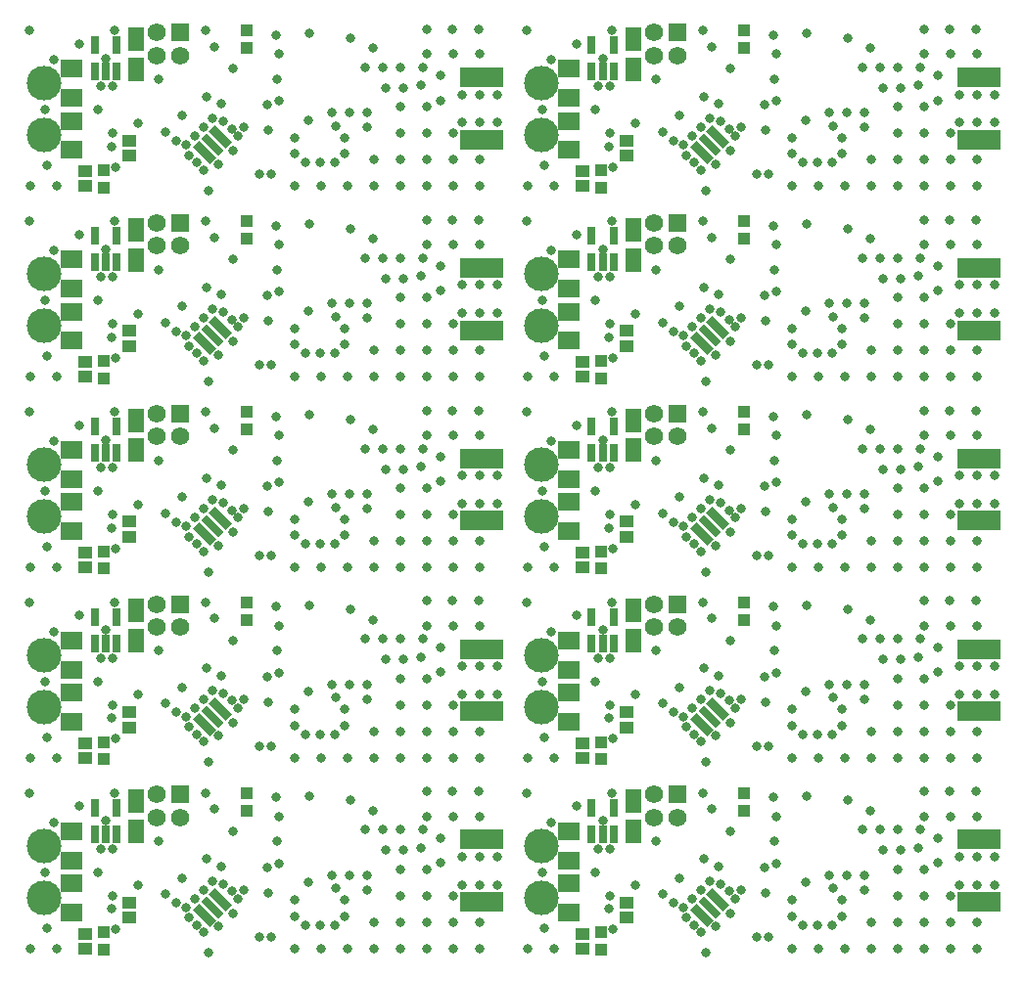
<source format=gbs>
G04*
G04 #@! TF.GenerationSoftware,Altium Limited,Altium Designer,22.10.1 (41)*
G04*
G04 Layer_Color=16711935*
%FSTAX24Y24*%
%MOIN*%
G70*
G04*
G04 #@! TF.SameCoordinates,5BB37C8D-2695-4AAB-85CC-B91A701228BC*
G04*
G04*
G04 #@! TF.FilePolarity,Negative*
G04*
G01*
G75*
%ADD57R,0.1458X0.0671*%
%ADD69R,0.0454X0.0415*%
%ADD78C,0.0615*%
%ADD79R,0.0615X0.0615*%
%ADD80C,0.1182*%
%ADD81C,0.0320*%
%ADD82R,0.0564X0.0789*%
%ADD83R,0.0395X0.0395*%
%ADD84R,0.0316X0.0600*%
G04:AMPARAMS|DCode=85|XSize=23.7mil|YSize=82.8mil|CornerRadius=0mil|HoleSize=0mil|Usage=FLASHONLY|Rotation=45.000|XOffset=0mil|YOffset=0mil|HoleType=Round|Shape=Rectangle|*
%AMROTATEDRECTD85*
4,1,4,0.0209,-0.0377,-0.0377,0.0209,-0.0209,0.0377,0.0377,-0.0209,0.0209,-0.0377,0.0*
%
%ADD85ROTATEDRECTD85*%

G04:AMPARAMS|DCode=86|XSize=31.6mil|YSize=82.8mil|CornerRadius=0mil|HoleSize=0mil|Usage=FLASHONLY|Rotation=45.000|XOffset=0mil|YOffset=0mil|HoleType=Round|Shape=Rectangle|*
%AMROTATEDRECTD86*
4,1,4,0.0181,-0.0405,-0.0405,0.0181,-0.0181,0.0405,0.0405,-0.0181,0.0181,-0.0405,0.0*
%
%ADD86ROTATEDRECTD86*%

%ADD87R,0.0749X0.0592*%
D57*
X033023Y017684D02*
D03*
Y015558D02*
D03*
X049952Y017684D02*
D03*
Y015558D02*
D03*
X033023Y02418D02*
D03*
Y022054D02*
D03*
X049952Y02418D02*
D03*
Y022054D02*
D03*
X033023Y030676D02*
D03*
Y02855D02*
D03*
X049952Y030676D02*
D03*
Y02855D02*
D03*
X033023Y037173D02*
D03*
Y035047D02*
D03*
X049952Y037173D02*
D03*
Y035047D02*
D03*
X033023Y043669D02*
D03*
Y041543D02*
D03*
X049952Y043669D02*
D03*
Y041543D02*
D03*
D69*
X021023Y015015D02*
D03*
Y015527D02*
D03*
X019523Y014477D02*
D03*
X019523Y013965D02*
D03*
X037952Y015015D02*
D03*
Y015527D02*
D03*
X036452Y014477D02*
D03*
X036452Y013965D02*
D03*
X021023Y021511D02*
D03*
Y022023D02*
D03*
X019523Y020973D02*
D03*
X019523Y020461D02*
D03*
X037952Y021511D02*
D03*
Y022023D02*
D03*
X036452Y020973D02*
D03*
X036452Y020461D02*
D03*
X021023Y028008D02*
D03*
Y028519D02*
D03*
X019523Y027469D02*
D03*
X019523Y026958D02*
D03*
X037952Y028008D02*
D03*
Y028519D02*
D03*
X036452Y027469D02*
D03*
X036452Y026958D02*
D03*
X021023Y034504D02*
D03*
Y035015D02*
D03*
X019523Y033965D02*
D03*
X019523Y033454D02*
D03*
X037952Y034504D02*
D03*
Y035015D02*
D03*
X036452Y033965D02*
D03*
X036452Y033454D02*
D03*
X021023Y041D02*
D03*
Y041511D02*
D03*
X019523Y040461D02*
D03*
X019523Y03995D02*
D03*
X037952Y041D02*
D03*
Y041511D02*
D03*
X036452Y040461D02*
D03*
X036452Y03995D02*
D03*
D78*
X021979Y018428D02*
D03*
Y019215D02*
D03*
X022767Y018428D02*
D03*
X038908D02*
D03*
Y019215D02*
D03*
X039696Y018428D02*
D03*
X021979Y024924D02*
D03*
Y025711D02*
D03*
X022767Y024924D02*
D03*
X038908D02*
D03*
Y025711D02*
D03*
X039696Y024924D02*
D03*
X021979Y03142D02*
D03*
Y032207D02*
D03*
X022767Y03142D02*
D03*
X038908D02*
D03*
Y032207D02*
D03*
X039696Y03142D02*
D03*
X021979Y037916D02*
D03*
Y038703D02*
D03*
X022767Y037916D02*
D03*
X038908D02*
D03*
Y038703D02*
D03*
X039696Y037916D02*
D03*
X021979Y044412D02*
D03*
Y045199D02*
D03*
X022767Y044412D02*
D03*
X038908D02*
D03*
Y045199D02*
D03*
X039696Y044412D02*
D03*
D79*
X022767Y019215D02*
D03*
X039696D02*
D03*
X022767Y025711D02*
D03*
X039696D02*
D03*
X022767Y032207D02*
D03*
X039696D02*
D03*
X022767Y038703D02*
D03*
X039696D02*
D03*
X022767Y045199D02*
D03*
X039696D02*
D03*
D80*
X018144Y017471D02*
D03*
X018144Y0157D02*
D03*
X035073Y017471D02*
D03*
X035073Y0157D02*
D03*
X018144Y023967D02*
D03*
X018144Y022196D02*
D03*
X035073Y023967D02*
D03*
X035073Y022196D02*
D03*
X018144Y030463D02*
D03*
X018144Y028692D02*
D03*
X035073Y030463D02*
D03*
X035073Y028692D02*
D03*
X018144Y03696D02*
D03*
X018144Y035188D02*
D03*
X035073Y03696D02*
D03*
X035073Y035188D02*
D03*
X018144Y043456D02*
D03*
X018144Y041684D02*
D03*
X035073Y043456D02*
D03*
X035073Y041684D02*
D03*
D81*
X024573Y017971D02*
D03*
X018473Y018271D02*
D03*
X017623Y019271D02*
D03*
X018173Y016571D02*
D03*
X019973D02*
D03*
X031173Y015771D02*
D03*
X032973Y018471D02*
D03*
Y014871D02*
D03*
Y013971D02*
D03*
X032073Y018471D02*
D03*
Y015771D02*
D03*
Y014871D02*
D03*
Y013971D02*
D03*
X031173Y018471D02*
D03*
Y016671D02*
D03*
Y014871D02*
D03*
Y013971D02*
D03*
X030273Y016671D02*
D03*
Y015771D02*
D03*
Y014871D02*
D03*
Y013971D02*
D03*
X029373Y014871D02*
D03*
Y013971D02*
D03*
X028473D02*
D03*
X027573D02*
D03*
X026673D02*
D03*
X018573D02*
D03*
X017673D02*
D03*
X028073Y016021D02*
D03*
X028373Y015621D02*
D03*
Y015071D02*
D03*
X026673Y015621D02*
D03*
Y015071D02*
D03*
X027023Y014771D02*
D03*
X031173Y019321D02*
D03*
X032023D02*
D03*
X032923D02*
D03*
X029673Y018021D02*
D03*
X030979Y017404D02*
D03*
X031634Y016894D02*
D03*
X031627Y017733D02*
D03*
X033573Y016146D02*
D03*
X032973D02*
D03*
X032373D02*
D03*
Y017097D02*
D03*
X032973D02*
D03*
X033573D02*
D03*
X031023Y018021D02*
D03*
X022623Y015521D02*
D03*
X027923Y016471D02*
D03*
X028523D02*
D03*
X029073Y018021D02*
D03*
X030273D02*
D03*
X029773Y017321D02*
D03*
X030373D02*
D03*
X020073Y017371D02*
D03*
X020473D02*
D03*
X026123Y016871D02*
D03*
X026073Y017621D02*
D03*
X025726Y016732D02*
D03*
X024923Y015971D02*
D03*
X024173Y016771D02*
D03*
X025773Y015871D02*
D03*
X022823Y016371D02*
D03*
X022273Y015821D02*
D03*
X026123Y018471D02*
D03*
X029123Y015971D02*
D03*
Y016471D02*
D03*
X019323Y018821D02*
D03*
X025023Y019271D02*
D03*
X023623D02*
D03*
X029323Y018671D02*
D03*
X021323Y016121D02*
D03*
X022023Y017621D02*
D03*
X027123Y016221D02*
D03*
X028023Y014771D02*
D03*
X027523D02*
D03*
X024073Y014721D02*
D03*
X024223Y016171D02*
D03*
X023873Y016271D02*
D03*
X024573Y015171D02*
D03*
X023573Y014521D02*
D03*
X023323Y014771D02*
D03*
X023073Y015021D02*
D03*
X022973Y015371D02*
D03*
X023273Y015671D02*
D03*
X023573Y015971D02*
D03*
X024523Y015921D02*
D03*
X024723Y015671D02*
D03*
X028573Y019021D02*
D03*
X026023Y019121D02*
D03*
X027173Y019171D02*
D03*
X020473Y015771D02*
D03*
X020423Y015321D02*
D03*
X021323Y018921D02*
D03*
X020523Y019271D02*
D03*
X023923Y018721D02*
D03*
X019223Y015321D02*
D03*
X023673Y017021D02*
D03*
X025473Y014371D02*
D03*
X023723Y013821D02*
D03*
X020573Y014621D02*
D03*
X018223Y014671D02*
D03*
X018923Y015321D02*
D03*
Y015071D02*
D03*
X019223D02*
D03*
X020223Y018321D02*
D03*
X019097Y016958D02*
D03*
X019069Y016192D02*
D03*
X025873Y014371D02*
D03*
X041502Y017971D02*
D03*
X035402Y018271D02*
D03*
X034552Y019271D02*
D03*
X035102Y016571D02*
D03*
X036902D02*
D03*
X048102Y015771D02*
D03*
X049902Y018471D02*
D03*
Y014871D02*
D03*
Y013971D02*
D03*
X049002Y018471D02*
D03*
Y015771D02*
D03*
Y014871D02*
D03*
Y013971D02*
D03*
X048102Y018471D02*
D03*
Y016671D02*
D03*
Y014871D02*
D03*
Y013971D02*
D03*
X047202Y016671D02*
D03*
Y015771D02*
D03*
Y014871D02*
D03*
Y013971D02*
D03*
X046302Y014871D02*
D03*
Y013971D02*
D03*
X045402D02*
D03*
X044502D02*
D03*
X043602D02*
D03*
X035502D02*
D03*
X034602D02*
D03*
X045002Y016021D02*
D03*
X045302Y015621D02*
D03*
Y015071D02*
D03*
X043602Y015621D02*
D03*
Y015071D02*
D03*
X043952Y014771D02*
D03*
X048102Y019321D02*
D03*
X048952D02*
D03*
X049852D02*
D03*
X046602Y018021D02*
D03*
X047908Y017404D02*
D03*
X048563Y016894D02*
D03*
X048556Y017733D02*
D03*
X050502Y016146D02*
D03*
X049902D02*
D03*
X049302D02*
D03*
Y017097D02*
D03*
X049902D02*
D03*
X050502D02*
D03*
X047952Y018021D02*
D03*
X039552Y015521D02*
D03*
X044852Y016471D02*
D03*
X045452D02*
D03*
X046002Y018021D02*
D03*
X047202D02*
D03*
X046702Y017321D02*
D03*
X047302D02*
D03*
X037002Y017371D02*
D03*
X037402D02*
D03*
X043052Y016871D02*
D03*
X043002Y017621D02*
D03*
X042655Y016732D02*
D03*
X041852Y015971D02*
D03*
X041102Y016771D02*
D03*
X042702Y015871D02*
D03*
X039752Y016371D02*
D03*
X039202Y015821D02*
D03*
X043052Y018471D02*
D03*
X046052Y015971D02*
D03*
Y016471D02*
D03*
X036252Y018821D02*
D03*
X041952Y019271D02*
D03*
X040552D02*
D03*
X046252Y018671D02*
D03*
X038252Y016121D02*
D03*
X038952Y017621D02*
D03*
X044052Y016221D02*
D03*
X044952Y014771D02*
D03*
X044452D02*
D03*
X041002Y014721D02*
D03*
X041152Y016171D02*
D03*
X040802Y016271D02*
D03*
X041502Y015171D02*
D03*
X040502Y014521D02*
D03*
X040252Y014771D02*
D03*
X040002Y015021D02*
D03*
X039902Y015371D02*
D03*
X040202Y015671D02*
D03*
X040502Y015971D02*
D03*
X041452Y015921D02*
D03*
X041652Y015671D02*
D03*
X045502Y019021D02*
D03*
X042952Y019121D02*
D03*
X044102Y019171D02*
D03*
X037402Y015771D02*
D03*
X037352Y015321D02*
D03*
X038252Y018921D02*
D03*
X037452Y019271D02*
D03*
X040852Y018721D02*
D03*
X036152Y015321D02*
D03*
X040602Y017021D02*
D03*
X042402Y014371D02*
D03*
X040652Y013821D02*
D03*
X037502Y014621D02*
D03*
X035152Y014671D02*
D03*
X035852Y015321D02*
D03*
Y015071D02*
D03*
X036152D02*
D03*
X037152Y018321D02*
D03*
X036026Y016958D02*
D03*
X035998Y016192D02*
D03*
X042802Y014371D02*
D03*
X024573Y024467D02*
D03*
X018473Y024767D02*
D03*
X017623Y025767D02*
D03*
X018173Y023067D02*
D03*
X019973D02*
D03*
X031173Y022267D02*
D03*
X032973Y024967D02*
D03*
Y021367D02*
D03*
Y020467D02*
D03*
X032073Y024967D02*
D03*
Y022267D02*
D03*
Y021367D02*
D03*
Y020467D02*
D03*
X031173Y024967D02*
D03*
Y023167D02*
D03*
Y021367D02*
D03*
Y020467D02*
D03*
X030273Y023167D02*
D03*
Y022267D02*
D03*
Y021367D02*
D03*
Y020467D02*
D03*
X029373Y021367D02*
D03*
Y020467D02*
D03*
X028473D02*
D03*
X027573D02*
D03*
X026673D02*
D03*
X018573D02*
D03*
X017673D02*
D03*
X028073Y022517D02*
D03*
X028373Y022117D02*
D03*
Y021567D02*
D03*
X026673Y022117D02*
D03*
Y021567D02*
D03*
X027023Y021267D02*
D03*
X031173Y025817D02*
D03*
X032023D02*
D03*
X032923D02*
D03*
X029673Y024517D02*
D03*
X030979Y0239D02*
D03*
X031634Y02339D02*
D03*
X031627Y02423D02*
D03*
X033573Y022642D02*
D03*
X032973D02*
D03*
X032373D02*
D03*
Y023593D02*
D03*
X032973D02*
D03*
X033573D02*
D03*
X031023Y024517D02*
D03*
X022623Y022017D02*
D03*
X027923Y022967D02*
D03*
X028523D02*
D03*
X029073Y024517D02*
D03*
X030273D02*
D03*
X029773Y023817D02*
D03*
X030373D02*
D03*
X020073Y023867D02*
D03*
X020473D02*
D03*
X026123Y023367D02*
D03*
X026073Y024117D02*
D03*
X025726Y023229D02*
D03*
X024923Y022467D02*
D03*
X024173Y023267D02*
D03*
X025773Y022367D02*
D03*
X022823Y022867D02*
D03*
X022273Y022317D02*
D03*
X026123Y024967D02*
D03*
X029123Y022467D02*
D03*
Y022967D02*
D03*
X019323Y025317D02*
D03*
X025023Y025767D02*
D03*
X023623D02*
D03*
X029323Y025167D02*
D03*
X021323Y022617D02*
D03*
X022023Y024117D02*
D03*
X027123Y022717D02*
D03*
X028023Y021267D02*
D03*
X027523D02*
D03*
X024073Y021217D02*
D03*
X024223Y022667D02*
D03*
X023873Y022767D02*
D03*
X024573Y021667D02*
D03*
X023573Y021017D02*
D03*
X023323Y021267D02*
D03*
X023073Y021517D02*
D03*
X022973Y021867D02*
D03*
X023273Y022167D02*
D03*
X023573Y022467D02*
D03*
X024523Y022417D02*
D03*
X024723Y022167D02*
D03*
X028573Y025517D02*
D03*
X026023Y025617D02*
D03*
X027173Y025667D02*
D03*
X020473Y022267D02*
D03*
X020423Y021817D02*
D03*
X021323Y025417D02*
D03*
X020523Y025767D02*
D03*
X023923Y025217D02*
D03*
X019223Y021817D02*
D03*
X023673Y023517D02*
D03*
X025473Y020867D02*
D03*
X023723Y020317D02*
D03*
X020573Y021117D02*
D03*
X018223Y021167D02*
D03*
X018923Y021817D02*
D03*
Y021567D02*
D03*
X019223D02*
D03*
X020223Y024817D02*
D03*
X019097Y023454D02*
D03*
X019069Y022688D02*
D03*
X025873Y020867D02*
D03*
X041502Y024467D02*
D03*
X035402Y024767D02*
D03*
X034552Y025767D02*
D03*
X035102Y023067D02*
D03*
X036902D02*
D03*
X048102Y022267D02*
D03*
X049902Y024967D02*
D03*
Y021367D02*
D03*
Y020467D02*
D03*
X049002Y024967D02*
D03*
Y022267D02*
D03*
Y021367D02*
D03*
Y020467D02*
D03*
X048102Y024967D02*
D03*
Y023167D02*
D03*
Y021367D02*
D03*
Y020467D02*
D03*
X047202Y023167D02*
D03*
Y022267D02*
D03*
Y021367D02*
D03*
Y020467D02*
D03*
X046302Y021367D02*
D03*
Y020467D02*
D03*
X045402D02*
D03*
X044502D02*
D03*
X043602D02*
D03*
X035502D02*
D03*
X034602D02*
D03*
X045002Y022517D02*
D03*
X045302Y022117D02*
D03*
Y021567D02*
D03*
X043602Y022117D02*
D03*
Y021567D02*
D03*
X043952Y021267D02*
D03*
X048102Y025817D02*
D03*
X048952D02*
D03*
X049852D02*
D03*
X046602Y024517D02*
D03*
X047908Y0239D02*
D03*
X048563Y02339D02*
D03*
X048556Y02423D02*
D03*
X050502Y022642D02*
D03*
X049902D02*
D03*
X049302D02*
D03*
Y023593D02*
D03*
X049902D02*
D03*
X050502D02*
D03*
X047952Y024517D02*
D03*
X039552Y022017D02*
D03*
X044852Y022967D02*
D03*
X045452D02*
D03*
X046002Y024517D02*
D03*
X047202D02*
D03*
X046702Y023817D02*
D03*
X047302D02*
D03*
X037002Y023867D02*
D03*
X037402D02*
D03*
X043052Y023367D02*
D03*
X043002Y024117D02*
D03*
X042655Y023229D02*
D03*
X041852Y022467D02*
D03*
X041102Y023267D02*
D03*
X042702Y022367D02*
D03*
X039752Y022867D02*
D03*
X039202Y022317D02*
D03*
X043052Y024967D02*
D03*
X046052Y022467D02*
D03*
Y022967D02*
D03*
X036252Y025317D02*
D03*
X041952Y025767D02*
D03*
X040552D02*
D03*
X046252Y025167D02*
D03*
X038252Y022617D02*
D03*
X038952Y024117D02*
D03*
X044052Y022717D02*
D03*
X044952Y021267D02*
D03*
X044452D02*
D03*
X041002Y021217D02*
D03*
X041152Y022667D02*
D03*
X040802Y022767D02*
D03*
X041502Y021667D02*
D03*
X040502Y021017D02*
D03*
X040252Y021267D02*
D03*
X040002Y021517D02*
D03*
X039902Y021867D02*
D03*
X040202Y022167D02*
D03*
X040502Y022467D02*
D03*
X041452Y022417D02*
D03*
X041652Y022167D02*
D03*
X045502Y025517D02*
D03*
X042952Y025617D02*
D03*
X044102Y025667D02*
D03*
X037402Y022267D02*
D03*
X037352Y021817D02*
D03*
X038252Y025417D02*
D03*
X037452Y025767D02*
D03*
X040852Y025217D02*
D03*
X036152Y021817D02*
D03*
X040602Y023517D02*
D03*
X042402Y020867D02*
D03*
X040652Y020317D02*
D03*
X037502Y021117D02*
D03*
X035152Y021167D02*
D03*
X035852Y021817D02*
D03*
Y021567D02*
D03*
X036152D02*
D03*
X037152Y024817D02*
D03*
X036026Y023454D02*
D03*
X035998Y022688D02*
D03*
X042802Y020867D02*
D03*
X024573Y030963D02*
D03*
X018473Y031263D02*
D03*
X017623Y032263D02*
D03*
X018173Y029563D02*
D03*
X019973D02*
D03*
X031173Y028763D02*
D03*
X032973Y031463D02*
D03*
Y027863D02*
D03*
Y026963D02*
D03*
X032073Y031463D02*
D03*
Y028763D02*
D03*
Y027863D02*
D03*
Y026963D02*
D03*
X031173Y031463D02*
D03*
Y029663D02*
D03*
Y027863D02*
D03*
Y026963D02*
D03*
X030273Y029663D02*
D03*
Y028763D02*
D03*
Y027863D02*
D03*
Y026963D02*
D03*
X029373Y027863D02*
D03*
Y026963D02*
D03*
X028473D02*
D03*
X027573D02*
D03*
X026673D02*
D03*
X018573D02*
D03*
X017673D02*
D03*
X028073Y029013D02*
D03*
X028373Y028613D02*
D03*
Y028063D02*
D03*
X026673Y028613D02*
D03*
Y028063D02*
D03*
X027023Y027763D02*
D03*
X031173Y032313D02*
D03*
X032023D02*
D03*
X032923D02*
D03*
X029673Y031013D02*
D03*
X030979Y030396D02*
D03*
X031634Y029886D02*
D03*
X031627Y030726D02*
D03*
X033573Y029138D02*
D03*
X032973D02*
D03*
X032373D02*
D03*
Y030089D02*
D03*
X032973D02*
D03*
X033573D02*
D03*
X031023Y031013D02*
D03*
X022623Y028513D02*
D03*
X027923Y029463D02*
D03*
X028523D02*
D03*
X029073Y031013D02*
D03*
X030273D02*
D03*
X029773Y030313D02*
D03*
X030373D02*
D03*
X020073Y030363D02*
D03*
X020473D02*
D03*
X026123Y029863D02*
D03*
X026073Y030613D02*
D03*
X025726Y029725D02*
D03*
X024923Y028963D02*
D03*
X024173Y029763D02*
D03*
X025773Y028863D02*
D03*
X022823Y029363D02*
D03*
X022273Y028813D02*
D03*
X026123Y031463D02*
D03*
X029123Y028963D02*
D03*
Y029463D02*
D03*
X019323Y031813D02*
D03*
X025023Y032263D02*
D03*
X023623D02*
D03*
X029323Y031663D02*
D03*
X021323Y029113D02*
D03*
X022023Y030613D02*
D03*
X027123Y029213D02*
D03*
X028023Y027763D02*
D03*
X027523D02*
D03*
X024073Y027713D02*
D03*
X024223Y029163D02*
D03*
X023873Y029263D02*
D03*
X024573Y028163D02*
D03*
X023573Y027513D02*
D03*
X023323Y027763D02*
D03*
X023073Y028013D02*
D03*
X022973Y028363D02*
D03*
X023273Y028663D02*
D03*
X023573Y028963D02*
D03*
X024523Y028913D02*
D03*
X024723Y028663D02*
D03*
X028573Y032013D02*
D03*
X026023Y032113D02*
D03*
X027173Y032163D02*
D03*
X020473Y028763D02*
D03*
X020423Y028313D02*
D03*
X021323Y031913D02*
D03*
X020523Y032263D02*
D03*
X023923Y031713D02*
D03*
X019223Y028313D02*
D03*
X023673Y030013D02*
D03*
X025473Y027363D02*
D03*
X023723Y026813D02*
D03*
X020573Y027613D02*
D03*
X018223Y027663D02*
D03*
X018923Y028313D02*
D03*
Y028063D02*
D03*
X019223D02*
D03*
X020223Y031313D02*
D03*
X019097Y02995D02*
D03*
X019069Y029184D02*
D03*
X025873Y027363D02*
D03*
X041502Y030963D02*
D03*
X035402Y031263D02*
D03*
X034552Y032263D02*
D03*
X035102Y029563D02*
D03*
X036902D02*
D03*
X048102Y028763D02*
D03*
X049902Y031463D02*
D03*
Y027863D02*
D03*
Y026963D02*
D03*
X049002Y031463D02*
D03*
Y028763D02*
D03*
Y027863D02*
D03*
Y026963D02*
D03*
X048102Y031463D02*
D03*
Y029663D02*
D03*
Y027863D02*
D03*
Y026963D02*
D03*
X047202Y029663D02*
D03*
Y028763D02*
D03*
Y027863D02*
D03*
Y026963D02*
D03*
X046302Y027863D02*
D03*
Y026963D02*
D03*
X045402D02*
D03*
X044502D02*
D03*
X043602D02*
D03*
X035502D02*
D03*
X034602D02*
D03*
X045002Y029013D02*
D03*
X045302Y028613D02*
D03*
Y028063D02*
D03*
X043602Y028613D02*
D03*
Y028063D02*
D03*
X043952Y027763D02*
D03*
X048102Y032313D02*
D03*
X048952D02*
D03*
X049852D02*
D03*
X046602Y031013D02*
D03*
X047908Y030396D02*
D03*
X048563Y029886D02*
D03*
X048556Y030726D02*
D03*
X050502Y029138D02*
D03*
X049902D02*
D03*
X049302D02*
D03*
Y030089D02*
D03*
X049902D02*
D03*
X050502D02*
D03*
X047952Y031013D02*
D03*
X039552Y028513D02*
D03*
X044852Y029463D02*
D03*
X045452D02*
D03*
X046002Y031013D02*
D03*
X047202D02*
D03*
X046702Y030313D02*
D03*
X047302D02*
D03*
X037002Y030363D02*
D03*
X037402D02*
D03*
X043052Y029863D02*
D03*
X043002Y030613D02*
D03*
X042655Y029725D02*
D03*
X041852Y028963D02*
D03*
X041102Y029763D02*
D03*
X042702Y028863D02*
D03*
X039752Y029363D02*
D03*
X039202Y028813D02*
D03*
X043052Y031463D02*
D03*
X046052Y028963D02*
D03*
Y029463D02*
D03*
X036252Y031813D02*
D03*
X041952Y032263D02*
D03*
X040552D02*
D03*
X046252Y031663D02*
D03*
X038252Y029113D02*
D03*
X038952Y030613D02*
D03*
X044052Y029213D02*
D03*
X044952Y027763D02*
D03*
X044452D02*
D03*
X041002Y027713D02*
D03*
X041152Y029163D02*
D03*
X040802Y029263D02*
D03*
X041502Y028163D02*
D03*
X040502Y027513D02*
D03*
X040252Y027763D02*
D03*
X040002Y028013D02*
D03*
X039902Y028363D02*
D03*
X040202Y028663D02*
D03*
X040502Y028963D02*
D03*
X041452Y028913D02*
D03*
X041652Y028663D02*
D03*
X045502Y032013D02*
D03*
X042952Y032113D02*
D03*
X044102Y032163D02*
D03*
X037402Y028763D02*
D03*
X037352Y028313D02*
D03*
X038252Y031913D02*
D03*
X037452Y032263D02*
D03*
X040852Y031713D02*
D03*
X036152Y028313D02*
D03*
X040602Y030013D02*
D03*
X042402Y027363D02*
D03*
X040652Y026813D02*
D03*
X037502Y027613D02*
D03*
X035152Y027663D02*
D03*
X035852Y028313D02*
D03*
Y028063D02*
D03*
X036152D02*
D03*
X037152Y031313D02*
D03*
X036026Y02995D02*
D03*
X035998Y029184D02*
D03*
X042802Y027363D02*
D03*
X024573Y03746D02*
D03*
X018473Y03776D02*
D03*
X017623Y03876D02*
D03*
X018173Y03606D02*
D03*
X019973D02*
D03*
X031173Y03526D02*
D03*
X032973Y03796D02*
D03*
Y03436D02*
D03*
Y03346D02*
D03*
X032073Y03796D02*
D03*
Y03526D02*
D03*
Y03436D02*
D03*
Y03346D02*
D03*
X031173Y03796D02*
D03*
Y03616D02*
D03*
Y03436D02*
D03*
Y03346D02*
D03*
X030273Y03616D02*
D03*
Y03526D02*
D03*
Y03436D02*
D03*
Y03346D02*
D03*
X029373Y03436D02*
D03*
Y03346D02*
D03*
X028473D02*
D03*
X027573D02*
D03*
X026673D02*
D03*
X018573D02*
D03*
X017673D02*
D03*
X028073Y03551D02*
D03*
X028373Y03511D02*
D03*
Y03456D02*
D03*
X026673Y03511D02*
D03*
Y03456D02*
D03*
X027023Y03426D02*
D03*
X031173Y03881D02*
D03*
X032023D02*
D03*
X032923D02*
D03*
X029673Y03751D02*
D03*
X030979Y036892D02*
D03*
X031634Y036382D02*
D03*
X031627Y037222D02*
D03*
X033573Y035634D02*
D03*
X032973D02*
D03*
X032373D02*
D03*
Y036585D02*
D03*
X032973D02*
D03*
X033573D02*
D03*
X031023Y03751D02*
D03*
X022623Y03501D02*
D03*
X027923Y03596D02*
D03*
X028523D02*
D03*
X029073Y03751D02*
D03*
X030273D02*
D03*
X029773Y03681D02*
D03*
X030373D02*
D03*
X020073Y03686D02*
D03*
X020473D02*
D03*
X026123Y03636D02*
D03*
X026073Y03711D02*
D03*
X025726Y036221D02*
D03*
X024923Y03546D02*
D03*
X024173Y03626D02*
D03*
X025773Y03536D02*
D03*
X022823Y03586D02*
D03*
X022273Y03531D02*
D03*
X026123Y03796D02*
D03*
X029123Y03546D02*
D03*
Y03596D02*
D03*
X019323Y03831D02*
D03*
X025023Y03876D02*
D03*
X023623D02*
D03*
X029323Y03816D02*
D03*
X021323Y03561D02*
D03*
X022023Y03711D02*
D03*
X027123Y03571D02*
D03*
X028023Y03426D02*
D03*
X027523D02*
D03*
X024073Y03421D02*
D03*
X024223Y03566D02*
D03*
X023873Y03576D02*
D03*
X024573Y03466D02*
D03*
X023573Y03401D02*
D03*
X023323Y03426D02*
D03*
X023073Y03451D02*
D03*
X022973Y03486D02*
D03*
X023273Y03516D02*
D03*
X023573Y03546D02*
D03*
X024523Y03541D02*
D03*
X024723Y03516D02*
D03*
X028573Y03851D02*
D03*
X026023Y03861D02*
D03*
X027173Y03866D02*
D03*
X020473Y03526D02*
D03*
X020423Y03481D02*
D03*
X021323Y03841D02*
D03*
X020523Y03876D02*
D03*
X023923Y03821D02*
D03*
X019223Y03481D02*
D03*
X023673Y03651D02*
D03*
X025473Y03386D02*
D03*
X023723Y03331D02*
D03*
X020573Y03411D02*
D03*
X018223Y03416D02*
D03*
X018923Y03481D02*
D03*
Y03456D02*
D03*
X019223D02*
D03*
X020223Y03781D02*
D03*
X019097Y036447D02*
D03*
X019069Y03568D02*
D03*
X025873Y03386D02*
D03*
X041502Y03746D02*
D03*
X035402Y03776D02*
D03*
X034552Y03876D02*
D03*
X035102Y03606D02*
D03*
X036902D02*
D03*
X048102Y03526D02*
D03*
X049902Y03796D02*
D03*
Y03436D02*
D03*
Y03346D02*
D03*
X049002Y03796D02*
D03*
Y03526D02*
D03*
Y03436D02*
D03*
Y03346D02*
D03*
X048102Y03796D02*
D03*
Y03616D02*
D03*
Y03436D02*
D03*
Y03346D02*
D03*
X047202Y03616D02*
D03*
Y03526D02*
D03*
Y03436D02*
D03*
Y03346D02*
D03*
X046302Y03436D02*
D03*
Y03346D02*
D03*
X045402D02*
D03*
X044502D02*
D03*
X043602D02*
D03*
X035502D02*
D03*
X034602D02*
D03*
X045002Y03551D02*
D03*
X045302Y03511D02*
D03*
Y03456D02*
D03*
X043602Y03511D02*
D03*
Y03456D02*
D03*
X043952Y03426D02*
D03*
X048102Y03881D02*
D03*
X048952D02*
D03*
X049852D02*
D03*
X046602Y03751D02*
D03*
X047908Y036892D02*
D03*
X048563Y036382D02*
D03*
X048556Y037222D02*
D03*
X050502Y035634D02*
D03*
X049902D02*
D03*
X049302D02*
D03*
Y036585D02*
D03*
X049902D02*
D03*
X050502D02*
D03*
X047952Y03751D02*
D03*
X039552Y03501D02*
D03*
X044852Y03596D02*
D03*
X045452D02*
D03*
X046002Y03751D02*
D03*
X047202D02*
D03*
X046702Y03681D02*
D03*
X047302D02*
D03*
X037002Y03686D02*
D03*
X037402D02*
D03*
X043052Y03636D02*
D03*
X043002Y03711D02*
D03*
X042655Y036221D02*
D03*
X041852Y03546D02*
D03*
X041102Y03626D02*
D03*
X042702Y03536D02*
D03*
X039752Y03586D02*
D03*
X039202Y03531D02*
D03*
X043052Y03796D02*
D03*
X046052Y03546D02*
D03*
Y03596D02*
D03*
X036252Y03831D02*
D03*
X041952Y03876D02*
D03*
X040552D02*
D03*
X046252Y03816D02*
D03*
X038252Y03561D02*
D03*
X038952Y03711D02*
D03*
X044052Y03571D02*
D03*
X044952Y03426D02*
D03*
X044452D02*
D03*
X041002Y03421D02*
D03*
X041152Y03566D02*
D03*
X040802Y03576D02*
D03*
X041502Y03466D02*
D03*
X040502Y03401D02*
D03*
X040252Y03426D02*
D03*
X040002Y03451D02*
D03*
X039902Y03486D02*
D03*
X040202Y03516D02*
D03*
X040502Y03546D02*
D03*
X041452Y03541D02*
D03*
X041652Y03516D02*
D03*
X045502Y03851D02*
D03*
X042952Y03861D02*
D03*
X044102Y03866D02*
D03*
X037402Y03526D02*
D03*
X037352Y03481D02*
D03*
X038252Y03841D02*
D03*
X037452Y03876D02*
D03*
X040852Y03821D02*
D03*
X036152Y03481D02*
D03*
X040602Y03651D02*
D03*
X042402Y03386D02*
D03*
X040652Y03331D02*
D03*
X037502Y03411D02*
D03*
X035152Y03416D02*
D03*
X035852Y03481D02*
D03*
Y03456D02*
D03*
X036152D02*
D03*
X037152Y03781D02*
D03*
X036026Y036447D02*
D03*
X035998Y03568D02*
D03*
X042802Y03386D02*
D03*
X024573Y043956D02*
D03*
X018473Y044256D02*
D03*
X017623Y045256D02*
D03*
X018173Y042556D02*
D03*
X019973D02*
D03*
X031173Y041756D02*
D03*
X032973Y044456D02*
D03*
Y040856D02*
D03*
Y039956D02*
D03*
X032073Y044456D02*
D03*
Y041756D02*
D03*
Y040856D02*
D03*
Y039956D02*
D03*
X031173Y044456D02*
D03*
Y042656D02*
D03*
Y040856D02*
D03*
Y039956D02*
D03*
X030273Y042656D02*
D03*
Y041756D02*
D03*
Y040856D02*
D03*
Y039956D02*
D03*
X029373Y040856D02*
D03*
Y039956D02*
D03*
X028473D02*
D03*
X027573D02*
D03*
X026673D02*
D03*
X018573D02*
D03*
X017673D02*
D03*
X028073Y042006D02*
D03*
X028373Y041606D02*
D03*
Y041056D02*
D03*
X026673Y041606D02*
D03*
Y041056D02*
D03*
X027023Y040756D02*
D03*
X031173Y045306D02*
D03*
X032023D02*
D03*
X032923D02*
D03*
X029673Y044006D02*
D03*
X030979Y043388D02*
D03*
X031634Y042878D02*
D03*
X031627Y043718D02*
D03*
X033573Y04213D02*
D03*
X032973D02*
D03*
X032373D02*
D03*
Y043081D02*
D03*
X032973D02*
D03*
X033573D02*
D03*
X031023Y044006D02*
D03*
X022623Y041506D02*
D03*
X027923Y042456D02*
D03*
X028523D02*
D03*
X029073Y044006D02*
D03*
X030273D02*
D03*
X029773Y043306D02*
D03*
X030373D02*
D03*
X020073Y043356D02*
D03*
X020473D02*
D03*
X026123Y042856D02*
D03*
X026073Y043606D02*
D03*
X025726Y042717D02*
D03*
X024923Y041956D02*
D03*
X024173Y042756D02*
D03*
X025773Y041856D02*
D03*
X022823Y042356D02*
D03*
X022273Y041806D02*
D03*
X026123Y044456D02*
D03*
X029123Y041956D02*
D03*
Y042456D02*
D03*
X019323Y044806D02*
D03*
X025023Y045256D02*
D03*
X023623D02*
D03*
X029323Y044656D02*
D03*
X021323Y042106D02*
D03*
X022023Y043606D02*
D03*
X027123Y042206D02*
D03*
X028023Y040756D02*
D03*
X027523D02*
D03*
X024073Y040706D02*
D03*
X024223Y042156D02*
D03*
X023873Y042256D02*
D03*
X024573Y041156D02*
D03*
X023573Y040506D02*
D03*
X023323Y040756D02*
D03*
X023073Y041006D02*
D03*
X022973Y041356D02*
D03*
X023273Y041656D02*
D03*
X023573Y041956D02*
D03*
X024523Y041906D02*
D03*
X024723Y041656D02*
D03*
X028573Y045006D02*
D03*
X026023Y045106D02*
D03*
X027173Y045156D02*
D03*
X020473Y041756D02*
D03*
X020423Y041306D02*
D03*
X021323Y044906D02*
D03*
X020523Y045256D02*
D03*
X023923Y044706D02*
D03*
X019223Y041306D02*
D03*
X023673Y043006D02*
D03*
X025473Y040356D02*
D03*
X023723Y039806D02*
D03*
X020573Y040606D02*
D03*
X018223Y040656D02*
D03*
X018923Y041306D02*
D03*
Y041056D02*
D03*
X019223D02*
D03*
X020223Y044306D02*
D03*
X019097Y042943D02*
D03*
X019069Y042176D02*
D03*
X025873Y040356D02*
D03*
X041502Y043956D02*
D03*
X035402Y044256D02*
D03*
X034552Y045256D02*
D03*
X035102Y042556D02*
D03*
X036902D02*
D03*
X048102Y041756D02*
D03*
X049902Y044456D02*
D03*
Y040856D02*
D03*
Y039956D02*
D03*
X049002Y044456D02*
D03*
Y041756D02*
D03*
Y040856D02*
D03*
Y039956D02*
D03*
X048102Y044456D02*
D03*
Y042656D02*
D03*
Y040856D02*
D03*
Y039956D02*
D03*
X047202Y042656D02*
D03*
Y041756D02*
D03*
Y040856D02*
D03*
Y039956D02*
D03*
X046302Y040856D02*
D03*
Y039956D02*
D03*
X045402D02*
D03*
X044502D02*
D03*
X043602D02*
D03*
X035502D02*
D03*
X034602D02*
D03*
X045002Y042006D02*
D03*
X045302Y041606D02*
D03*
Y041056D02*
D03*
X043602Y041606D02*
D03*
Y041056D02*
D03*
X043952Y040756D02*
D03*
X048102Y045306D02*
D03*
X048952D02*
D03*
X049852D02*
D03*
X046602Y044006D02*
D03*
X047908Y043388D02*
D03*
X048563Y042878D02*
D03*
X048556Y043718D02*
D03*
X050502Y04213D02*
D03*
X049902D02*
D03*
X049302D02*
D03*
Y043081D02*
D03*
X049902D02*
D03*
X050502D02*
D03*
X047952Y044006D02*
D03*
X039552Y041506D02*
D03*
X044852Y042456D02*
D03*
X045452D02*
D03*
X046002Y044006D02*
D03*
X047202D02*
D03*
X046702Y043306D02*
D03*
X047302D02*
D03*
X037002Y043356D02*
D03*
X037402D02*
D03*
X043052Y042856D02*
D03*
X043002Y043606D02*
D03*
X042655Y042717D02*
D03*
X041852Y041956D02*
D03*
X041102Y042756D02*
D03*
X042702Y041856D02*
D03*
X039752Y042356D02*
D03*
X039202Y041806D02*
D03*
X043052Y044456D02*
D03*
X046052Y041956D02*
D03*
Y042456D02*
D03*
X036252Y044806D02*
D03*
X041952Y045256D02*
D03*
X040552D02*
D03*
X046252Y044656D02*
D03*
X038252Y042106D02*
D03*
X038952Y043606D02*
D03*
X044052Y042206D02*
D03*
X044952Y040756D02*
D03*
X044452D02*
D03*
X041002Y040706D02*
D03*
X041152Y042156D02*
D03*
X040802Y042256D02*
D03*
X041502Y041156D02*
D03*
X040502Y040506D02*
D03*
X040252Y040756D02*
D03*
X040002Y041006D02*
D03*
X039902Y041356D02*
D03*
X040202Y041656D02*
D03*
X040502Y041956D02*
D03*
X041452Y041906D02*
D03*
X041652Y041656D02*
D03*
X045502Y045006D02*
D03*
X042952Y045106D02*
D03*
X044102Y045156D02*
D03*
X037402Y041756D02*
D03*
X037352Y041306D02*
D03*
X038252Y044906D02*
D03*
X037452Y045256D02*
D03*
X040852Y044706D02*
D03*
X036152Y041306D02*
D03*
X040602Y043006D02*
D03*
X042402Y040356D02*
D03*
X040652Y039806D02*
D03*
X037502Y040606D02*
D03*
X035152Y040656D02*
D03*
X035852Y041306D02*
D03*
Y041056D02*
D03*
X036152D02*
D03*
X037152Y044306D02*
D03*
X036026Y042943D02*
D03*
X035998Y042176D02*
D03*
X042802Y040356D02*
D03*
D82*
X021273Y017956D02*
D03*
Y018987D02*
D03*
X038202Y017956D02*
D03*
Y018987D02*
D03*
X021273Y024452D02*
D03*
Y025483D02*
D03*
X038202Y024452D02*
D03*
Y025483D02*
D03*
X021273Y030948D02*
D03*
Y031979D02*
D03*
X038202Y030948D02*
D03*
Y031979D02*
D03*
X021273Y037444D02*
D03*
Y038475D02*
D03*
X038202Y037444D02*
D03*
Y038475D02*
D03*
X021273Y04394D02*
D03*
Y044971D02*
D03*
X038202Y04394D02*
D03*
Y044971D02*
D03*
D83*
X025023Y018681D02*
D03*
Y019271D02*
D03*
X020173Y014517D02*
D03*
X020173Y013926D02*
D03*
X041952Y018681D02*
D03*
Y019271D02*
D03*
X037102Y014517D02*
D03*
X037102Y013926D02*
D03*
X025023Y025177D02*
D03*
Y025767D02*
D03*
X020173Y021013D02*
D03*
X020173Y020422D02*
D03*
X041952Y025177D02*
D03*
Y025767D02*
D03*
X037102Y021013D02*
D03*
X037102Y020422D02*
D03*
X025023Y031673D02*
D03*
Y032263D02*
D03*
X020173Y027509D02*
D03*
X020173Y026918D02*
D03*
X041952Y031673D02*
D03*
Y032263D02*
D03*
X037102Y027509D02*
D03*
X037102Y026918D02*
D03*
X025023Y038169D02*
D03*
Y03876D02*
D03*
X020173Y034005D02*
D03*
X020173Y033414D02*
D03*
X041952Y038169D02*
D03*
Y03876D02*
D03*
X037102Y034005D02*
D03*
X037102Y033414D02*
D03*
X025023Y044665D02*
D03*
Y045256D02*
D03*
X020173Y040501D02*
D03*
X020173Y03991D02*
D03*
X041952Y044665D02*
D03*
Y045256D02*
D03*
X037102Y040501D02*
D03*
X037102Y03991D02*
D03*
D84*
X020223Y017869D02*
D03*
X020597D02*
D03*
X019849D02*
D03*
Y018774D02*
D03*
X020597D02*
D03*
X037152Y017869D02*
D03*
X037526D02*
D03*
X036778D02*
D03*
Y018774D02*
D03*
X037526D02*
D03*
X020223Y024365D02*
D03*
X020597D02*
D03*
X019849D02*
D03*
Y02527D02*
D03*
X020597D02*
D03*
X037152Y024365D02*
D03*
X037526D02*
D03*
X036778D02*
D03*
Y02527D02*
D03*
X037526D02*
D03*
X020223Y030861D02*
D03*
X020597D02*
D03*
X019849D02*
D03*
Y031766D02*
D03*
X020597D02*
D03*
X037152Y030861D02*
D03*
X037526D02*
D03*
X036778D02*
D03*
Y031766D02*
D03*
X037526D02*
D03*
X020223Y037357D02*
D03*
X020597D02*
D03*
X019849D02*
D03*
Y038262D02*
D03*
X020597D02*
D03*
X037152Y037357D02*
D03*
X037526D02*
D03*
X036778D02*
D03*
Y038262D02*
D03*
X037526D02*
D03*
X020223Y043853D02*
D03*
X020597D02*
D03*
X019849D02*
D03*
Y044758D02*
D03*
X020597D02*
D03*
X037152Y043853D02*
D03*
X037526D02*
D03*
X036778D02*
D03*
Y044758D02*
D03*
X037526D02*
D03*
D85*
X023873Y015371D02*
D03*
X040802D02*
D03*
X023873Y021867D02*
D03*
X040802D02*
D03*
X023873Y028363D02*
D03*
X040802D02*
D03*
X023873Y03486D02*
D03*
X040802D02*
D03*
X023873Y041356D02*
D03*
X040802D02*
D03*
D86*
X023608Y015107D02*
D03*
X024137Y015636D02*
D03*
X040538Y015107D02*
D03*
X041067Y015636D02*
D03*
X023608Y021603D02*
D03*
X024137Y022132D02*
D03*
X040538Y021603D02*
D03*
X041067Y022132D02*
D03*
X023608Y028099D02*
D03*
X024137Y028628D02*
D03*
X040538Y028099D02*
D03*
X041067Y028628D02*
D03*
X023608Y034595D02*
D03*
X024137Y035124D02*
D03*
X040538Y034595D02*
D03*
X041067Y035124D02*
D03*
X023608Y041091D02*
D03*
X024137Y04162D02*
D03*
X040538Y041091D02*
D03*
X041067Y04162D02*
D03*
D87*
X019069Y017963D02*
D03*
Y015208D02*
D03*
Y016979D02*
D03*
Y016192D02*
D03*
X035998Y017963D02*
D03*
Y015208D02*
D03*
Y016979D02*
D03*
Y016192D02*
D03*
X019069Y02446D02*
D03*
Y021704D02*
D03*
Y023475D02*
D03*
Y022688D02*
D03*
X035998Y02446D02*
D03*
Y021704D02*
D03*
Y023475D02*
D03*
Y022688D02*
D03*
X019069Y030956D02*
D03*
Y0282D02*
D03*
Y029971D02*
D03*
Y029184D02*
D03*
X035998Y030956D02*
D03*
Y0282D02*
D03*
Y029971D02*
D03*
Y029184D02*
D03*
X019069Y037452D02*
D03*
Y034696D02*
D03*
Y036467D02*
D03*
Y03568D02*
D03*
X035998Y037452D02*
D03*
Y034696D02*
D03*
Y036467D02*
D03*
Y03568D02*
D03*
X019069Y043948D02*
D03*
Y041192D02*
D03*
Y042963D02*
D03*
Y042176D02*
D03*
X035998Y043948D02*
D03*
Y041192D02*
D03*
Y042963D02*
D03*
Y042176D02*
D03*
M02*

</source>
